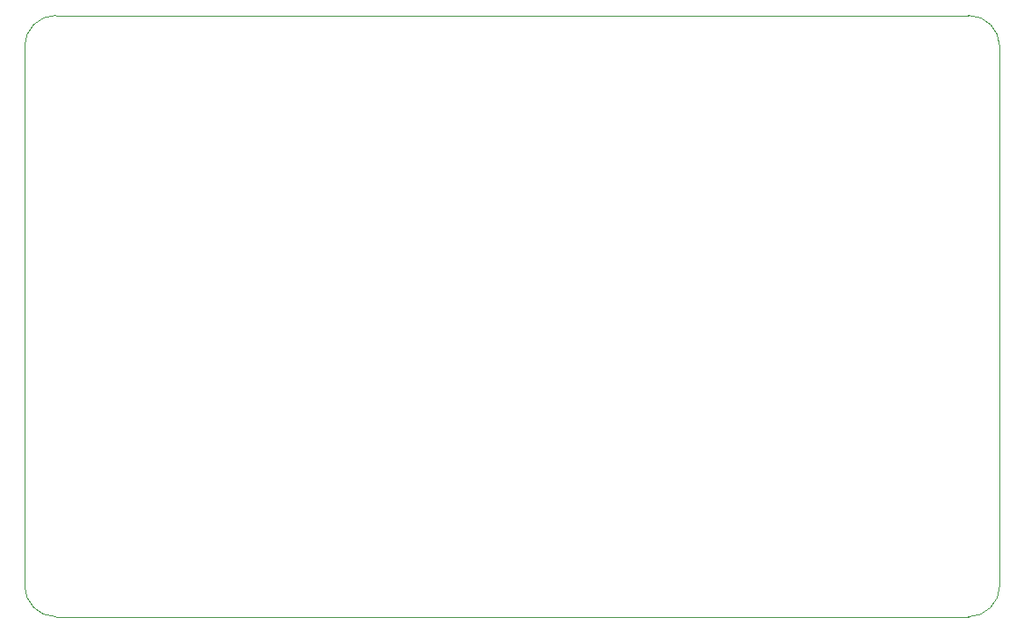
<source format=gm1>
G04 #@! TF.GenerationSoftware,KiCad,Pcbnew,9.0.3*
G04 #@! TF.CreationDate,2025-11-18T14:27:21+09:00*
G04 #@! TF.ProjectId,SpeedJeck,53706565-644a-4656-936b-2e6b69636164,1*
G04 #@! TF.SameCoordinates,Original*
G04 #@! TF.FileFunction,Profile,NP*
%FSLAX46Y46*%
G04 Gerber Fmt 4.6, Leading zero omitted, Abs format (unit mm)*
G04 Created by KiCad (PCBNEW 9.0.3) date 2025-11-18 14:27:21*
%MOMM*%
%LPD*%
G01*
G04 APERTURE LIST*
G04 #@! TA.AperFunction,Profile*
%ADD10C,0.050000*%
G04 #@! TD*
G04 APERTURE END LIST*
D10*
X199000000Y-95000000D02*
G75*
G02*
X196000000Y-98000000I-3000000J0D01*
G01*
X105000000Y-43000000D02*
X105000000Y-95000000D01*
X107999999Y-98000000D02*
G75*
G02*
X105000000Y-95000000I1J3000000D01*
G01*
X196000000Y-40000000D02*
G75*
G02*
X199000000Y-43000000I0J-3000000D01*
G01*
X199000000Y-43000000D02*
X199000000Y-95000000D01*
X105000000Y-43000000D02*
G75*
G02*
X108000000Y-40000000I3000000J0D01*
G01*
X196000000Y-98000000D02*
X108000000Y-98000000D01*
X108000000Y-40000000D02*
X196000000Y-40000000D01*
M02*

</source>
